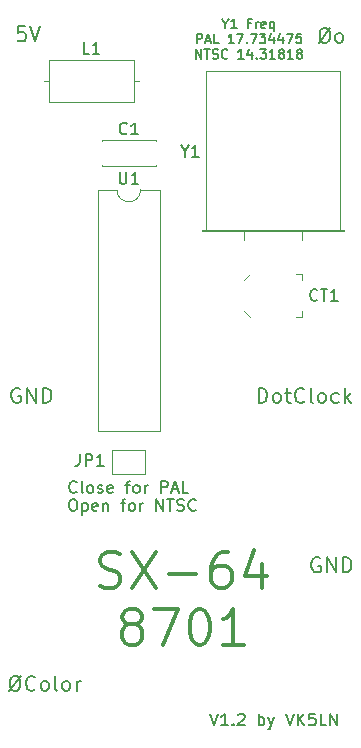
<source format=gbr>
%TF.GenerationSoftware,KiCad,Pcbnew,(6.0.5)*%
%TF.CreationDate,2022-06-29T09:53:36+09:30*%
%TF.ProjectId,SX-64 8701,53582d36-3420-4383-9730-312e6b696361,rev?*%
%TF.SameCoordinates,Original*%
%TF.FileFunction,Legend,Top*%
%TF.FilePolarity,Positive*%
%FSLAX46Y46*%
G04 Gerber Fmt 4.6, Leading zero omitted, Abs format (unit mm)*
G04 Created by KiCad (PCBNEW (6.0.5)) date 2022-06-29 09:53:36*
%MOMM*%
%LPD*%
G01*
G04 APERTURE LIST*
%ADD10C,0.300000*%
%ADD11C,0.150000*%
%ADD12C,0.120000*%
G04 APERTURE END LIST*
D10*
X129906000Y-117290285D02*
X130334571Y-117433142D01*
X131048857Y-117433142D01*
X131334571Y-117290285D01*
X131477428Y-117147428D01*
X131620285Y-116861714D01*
X131620285Y-116576000D01*
X131477428Y-116290285D01*
X131334571Y-116147428D01*
X131048857Y-116004571D01*
X130477428Y-115861714D01*
X130191714Y-115718857D01*
X130048857Y-115576000D01*
X129906000Y-115290285D01*
X129906000Y-115004571D01*
X130048857Y-114718857D01*
X130191714Y-114576000D01*
X130477428Y-114433142D01*
X131191714Y-114433142D01*
X131620285Y-114576000D01*
X132620285Y-114433142D02*
X134620285Y-117433142D01*
X134620285Y-114433142D02*
X132620285Y-117433142D01*
X135763142Y-116290285D02*
X138048857Y-116290285D01*
X140763142Y-114433142D02*
X140191714Y-114433142D01*
X139906000Y-114576000D01*
X139763142Y-114718857D01*
X139477428Y-115147428D01*
X139334571Y-115718857D01*
X139334571Y-116861714D01*
X139477428Y-117147428D01*
X139620285Y-117290285D01*
X139906000Y-117433142D01*
X140477428Y-117433142D01*
X140763142Y-117290285D01*
X140906000Y-117147428D01*
X141048857Y-116861714D01*
X141048857Y-116147428D01*
X140906000Y-115861714D01*
X140763142Y-115718857D01*
X140477428Y-115576000D01*
X139906000Y-115576000D01*
X139620285Y-115718857D01*
X139477428Y-115861714D01*
X139334571Y-116147428D01*
X143620285Y-115433142D02*
X143620285Y-117433142D01*
X142906000Y-114290285D02*
X142191714Y-116433142D01*
X144048857Y-116433142D01*
X132334571Y-120548857D02*
X132048857Y-120406000D01*
X131906000Y-120263142D01*
X131763142Y-119977428D01*
X131763142Y-119834571D01*
X131906000Y-119548857D01*
X132048857Y-119406000D01*
X132334571Y-119263142D01*
X132906000Y-119263142D01*
X133191714Y-119406000D01*
X133334571Y-119548857D01*
X133477428Y-119834571D01*
X133477428Y-119977428D01*
X133334571Y-120263142D01*
X133191714Y-120406000D01*
X132906000Y-120548857D01*
X132334571Y-120548857D01*
X132048857Y-120691714D01*
X131906000Y-120834571D01*
X131763142Y-121120285D01*
X131763142Y-121691714D01*
X131906000Y-121977428D01*
X132048857Y-122120285D01*
X132334571Y-122263142D01*
X132906000Y-122263142D01*
X133191714Y-122120285D01*
X133334571Y-121977428D01*
X133477428Y-121691714D01*
X133477428Y-121120285D01*
X133334571Y-120834571D01*
X133191714Y-120691714D01*
X132906000Y-120548857D01*
X134477428Y-119263142D02*
X136477428Y-119263142D01*
X135191714Y-122263142D01*
X138191714Y-119263142D02*
X138477428Y-119263142D01*
X138763142Y-119406000D01*
X138906000Y-119548857D01*
X139048857Y-119834571D01*
X139191714Y-120406000D01*
X139191714Y-121120285D01*
X139048857Y-121691714D01*
X138906000Y-121977428D01*
X138763142Y-122120285D01*
X138477428Y-122263142D01*
X138191714Y-122263142D01*
X137906000Y-122120285D01*
X137763142Y-121977428D01*
X137620285Y-121691714D01*
X137477428Y-121120285D01*
X137477428Y-120406000D01*
X137620285Y-119834571D01*
X137763142Y-119548857D01*
X137906000Y-119406000D01*
X138191714Y-119263142D01*
X142048857Y-122263142D02*
X140334571Y-122263142D01*
X141191714Y-122263142D02*
X141191714Y-119263142D01*
X140906000Y-119691714D01*
X140620285Y-119977428D01*
X140334571Y-120120285D01*
D11*
X140513047Y-69685952D02*
X140513047Y-70066904D01*
X140246380Y-69266904D02*
X140513047Y-69685952D01*
X140779714Y-69266904D01*
X141465428Y-70066904D02*
X141008285Y-70066904D01*
X141236857Y-70066904D02*
X141236857Y-69266904D01*
X141160666Y-69381190D01*
X141084476Y-69457380D01*
X141008285Y-69495476D01*
X142684476Y-69647857D02*
X142417809Y-69647857D01*
X142417809Y-70066904D02*
X142417809Y-69266904D01*
X142798761Y-69266904D01*
X143103523Y-70066904D02*
X143103523Y-69533571D01*
X143103523Y-69685952D02*
X143141619Y-69609761D01*
X143179714Y-69571666D01*
X143255904Y-69533571D01*
X143332095Y-69533571D01*
X143903523Y-70028809D02*
X143827333Y-70066904D01*
X143674952Y-70066904D01*
X143598761Y-70028809D01*
X143560666Y-69952619D01*
X143560666Y-69647857D01*
X143598761Y-69571666D01*
X143674952Y-69533571D01*
X143827333Y-69533571D01*
X143903523Y-69571666D01*
X143941619Y-69647857D01*
X143941619Y-69724047D01*
X143560666Y-69800238D01*
X144627333Y-69533571D02*
X144627333Y-70333571D01*
X144627333Y-70028809D02*
X144551142Y-70066904D01*
X144398761Y-70066904D01*
X144322571Y-70028809D01*
X144284476Y-69990714D01*
X144246380Y-69914523D01*
X144246380Y-69685952D01*
X144284476Y-69609761D01*
X144322571Y-69571666D01*
X144398761Y-69533571D01*
X144551142Y-69533571D01*
X144627333Y-69571666D01*
X138074952Y-71354904D02*
X138074952Y-70554904D01*
X138379714Y-70554904D01*
X138455904Y-70593000D01*
X138494000Y-70631095D01*
X138532095Y-70707285D01*
X138532095Y-70821571D01*
X138494000Y-70897761D01*
X138455904Y-70935857D01*
X138379714Y-70973952D01*
X138074952Y-70973952D01*
X138836857Y-71126333D02*
X139217809Y-71126333D01*
X138760666Y-71354904D02*
X139027333Y-70554904D01*
X139294000Y-71354904D01*
X139941619Y-71354904D02*
X139560666Y-71354904D01*
X139560666Y-70554904D01*
X141236857Y-71354904D02*
X140779714Y-71354904D01*
X141008285Y-71354904D02*
X141008285Y-70554904D01*
X140932095Y-70669190D01*
X140855904Y-70745380D01*
X140779714Y-70783476D01*
X141503523Y-70554904D02*
X142036857Y-70554904D01*
X141694000Y-71354904D01*
X142341619Y-71278714D02*
X142379714Y-71316809D01*
X142341619Y-71354904D01*
X142303523Y-71316809D01*
X142341619Y-71278714D01*
X142341619Y-71354904D01*
X142646380Y-70554904D02*
X143179714Y-70554904D01*
X142836857Y-71354904D01*
X143408285Y-70554904D02*
X143903523Y-70554904D01*
X143636857Y-70859666D01*
X143751142Y-70859666D01*
X143827333Y-70897761D01*
X143865428Y-70935857D01*
X143903523Y-71012047D01*
X143903523Y-71202523D01*
X143865428Y-71278714D01*
X143827333Y-71316809D01*
X143751142Y-71354904D01*
X143522571Y-71354904D01*
X143446380Y-71316809D01*
X143408285Y-71278714D01*
X144589238Y-70821571D02*
X144589238Y-71354904D01*
X144398761Y-70516809D02*
X144208285Y-71088238D01*
X144703523Y-71088238D01*
X145351142Y-70821571D02*
X145351142Y-71354904D01*
X145160666Y-70516809D02*
X144970190Y-71088238D01*
X145465428Y-71088238D01*
X145694000Y-70554904D02*
X146227333Y-70554904D01*
X145884476Y-71354904D01*
X146913047Y-70554904D02*
X146532095Y-70554904D01*
X146494000Y-70935857D01*
X146532095Y-70897761D01*
X146608285Y-70859666D01*
X146798761Y-70859666D01*
X146874952Y-70897761D01*
X146913047Y-70935857D01*
X146951142Y-71012047D01*
X146951142Y-71202523D01*
X146913047Y-71278714D01*
X146874952Y-71316809D01*
X146798761Y-71354904D01*
X146608285Y-71354904D01*
X146532095Y-71316809D01*
X146494000Y-71278714D01*
X138017809Y-72642904D02*
X138017809Y-71842904D01*
X138474952Y-72642904D01*
X138474952Y-71842904D01*
X138741619Y-71842904D02*
X139198761Y-71842904D01*
X138970190Y-72642904D02*
X138970190Y-71842904D01*
X139427333Y-72604809D02*
X139541619Y-72642904D01*
X139732095Y-72642904D01*
X139808285Y-72604809D01*
X139846380Y-72566714D01*
X139884476Y-72490523D01*
X139884476Y-72414333D01*
X139846380Y-72338142D01*
X139808285Y-72300047D01*
X139732095Y-72261952D01*
X139579714Y-72223857D01*
X139503523Y-72185761D01*
X139465428Y-72147666D01*
X139427333Y-72071476D01*
X139427333Y-71995285D01*
X139465428Y-71919095D01*
X139503523Y-71881000D01*
X139579714Y-71842904D01*
X139770190Y-71842904D01*
X139884476Y-71881000D01*
X140684476Y-72566714D02*
X140646380Y-72604809D01*
X140532095Y-72642904D01*
X140455904Y-72642904D01*
X140341619Y-72604809D01*
X140265428Y-72528619D01*
X140227333Y-72452428D01*
X140189238Y-72300047D01*
X140189238Y-72185761D01*
X140227333Y-72033380D01*
X140265428Y-71957190D01*
X140341619Y-71881000D01*
X140455904Y-71842904D01*
X140532095Y-71842904D01*
X140646380Y-71881000D01*
X140684476Y-71919095D01*
X142055904Y-72642904D02*
X141598761Y-72642904D01*
X141827333Y-72642904D02*
X141827333Y-71842904D01*
X141751142Y-71957190D01*
X141674952Y-72033380D01*
X141598761Y-72071476D01*
X142741619Y-72109571D02*
X142741619Y-72642904D01*
X142551142Y-71804809D02*
X142360666Y-72376238D01*
X142855904Y-72376238D01*
X143160666Y-72566714D02*
X143198761Y-72604809D01*
X143160666Y-72642904D01*
X143122571Y-72604809D01*
X143160666Y-72566714D01*
X143160666Y-72642904D01*
X143465428Y-71842904D02*
X143960666Y-71842904D01*
X143694000Y-72147666D01*
X143808285Y-72147666D01*
X143884476Y-72185761D01*
X143922571Y-72223857D01*
X143960666Y-72300047D01*
X143960666Y-72490523D01*
X143922571Y-72566714D01*
X143884476Y-72604809D01*
X143808285Y-72642904D01*
X143579714Y-72642904D01*
X143503523Y-72604809D01*
X143465428Y-72566714D01*
X144722571Y-72642904D02*
X144265428Y-72642904D01*
X144494000Y-72642904D02*
X144494000Y-71842904D01*
X144417809Y-71957190D01*
X144341619Y-72033380D01*
X144265428Y-72071476D01*
X145179714Y-72185761D02*
X145103523Y-72147666D01*
X145065428Y-72109571D01*
X145027333Y-72033380D01*
X145027333Y-71995285D01*
X145065428Y-71919095D01*
X145103523Y-71881000D01*
X145179714Y-71842904D01*
X145332095Y-71842904D01*
X145408285Y-71881000D01*
X145446380Y-71919095D01*
X145484476Y-71995285D01*
X145484476Y-72033380D01*
X145446380Y-72109571D01*
X145408285Y-72147666D01*
X145332095Y-72185761D01*
X145179714Y-72185761D01*
X145103523Y-72223857D01*
X145065428Y-72261952D01*
X145027333Y-72338142D01*
X145027333Y-72490523D01*
X145065428Y-72566714D01*
X145103523Y-72604809D01*
X145179714Y-72642904D01*
X145332095Y-72642904D01*
X145408285Y-72604809D01*
X145446380Y-72566714D01*
X145484476Y-72490523D01*
X145484476Y-72338142D01*
X145446380Y-72261952D01*
X145408285Y-72223857D01*
X145332095Y-72185761D01*
X146246380Y-72642904D02*
X145789238Y-72642904D01*
X146017809Y-72642904D02*
X146017809Y-71842904D01*
X145941619Y-71957190D01*
X145865428Y-72033380D01*
X145789238Y-72071476D01*
X146703523Y-72185761D02*
X146627333Y-72147666D01*
X146589238Y-72109571D01*
X146551142Y-72033380D01*
X146551142Y-71995285D01*
X146589238Y-71919095D01*
X146627333Y-71881000D01*
X146703523Y-71842904D01*
X146855904Y-71842904D01*
X146932095Y-71881000D01*
X146970190Y-71919095D01*
X147008285Y-71995285D01*
X147008285Y-72033380D01*
X146970190Y-72109571D01*
X146932095Y-72147666D01*
X146855904Y-72185761D01*
X146703523Y-72185761D01*
X146627333Y-72223857D01*
X146589238Y-72261952D01*
X146551142Y-72338142D01*
X146551142Y-72490523D01*
X146589238Y-72566714D01*
X146627333Y-72604809D01*
X146703523Y-72642904D01*
X146855904Y-72642904D01*
X146932095Y-72604809D01*
X146970190Y-72566714D01*
X147008285Y-72490523D01*
X147008285Y-72338142D01*
X146970190Y-72261952D01*
X146932095Y-72223857D01*
X146855904Y-72185761D01*
X139200619Y-128103380D02*
X139533952Y-129103380D01*
X139867285Y-128103380D01*
X140724428Y-129103380D02*
X140153000Y-129103380D01*
X140438714Y-129103380D02*
X140438714Y-128103380D01*
X140343476Y-128246238D01*
X140248238Y-128341476D01*
X140153000Y-128389095D01*
X141153000Y-129008142D02*
X141200619Y-129055761D01*
X141153000Y-129103380D01*
X141105380Y-129055761D01*
X141153000Y-129008142D01*
X141153000Y-129103380D01*
X141581571Y-128198619D02*
X141629190Y-128151000D01*
X141724428Y-128103380D01*
X141962523Y-128103380D01*
X142057761Y-128151000D01*
X142105380Y-128198619D01*
X142153000Y-128293857D01*
X142153000Y-128389095D01*
X142105380Y-128531952D01*
X141533952Y-129103380D01*
X142153000Y-129103380D01*
X143343476Y-129103380D02*
X143343476Y-128103380D01*
X143343476Y-128484333D02*
X143438714Y-128436714D01*
X143629190Y-128436714D01*
X143724428Y-128484333D01*
X143772047Y-128531952D01*
X143819666Y-128627190D01*
X143819666Y-128912904D01*
X143772047Y-129008142D01*
X143724428Y-129055761D01*
X143629190Y-129103380D01*
X143438714Y-129103380D01*
X143343476Y-129055761D01*
X144153000Y-128436714D02*
X144391095Y-129103380D01*
X144629190Y-128436714D02*
X144391095Y-129103380D01*
X144295857Y-129341476D01*
X144248238Y-129389095D01*
X144153000Y-129436714D01*
X145629190Y-128103380D02*
X145962523Y-129103380D01*
X146295857Y-128103380D01*
X146629190Y-129103380D02*
X146629190Y-128103380D01*
X147200619Y-129103380D02*
X146772047Y-128531952D01*
X147200619Y-128103380D02*
X146629190Y-128674809D01*
X148105380Y-128103380D02*
X147629190Y-128103380D01*
X147581571Y-128579571D01*
X147629190Y-128531952D01*
X147724428Y-128484333D01*
X147962523Y-128484333D01*
X148057761Y-128531952D01*
X148105380Y-128579571D01*
X148153000Y-128674809D01*
X148153000Y-128912904D01*
X148105380Y-129008142D01*
X148057761Y-129055761D01*
X147962523Y-129103380D01*
X147724428Y-129103380D01*
X147629190Y-129055761D01*
X147581571Y-129008142D01*
X149057761Y-129103380D02*
X148581571Y-129103380D01*
X148581571Y-128103380D01*
X149391095Y-129103380D02*
X149391095Y-128103380D01*
X149962523Y-129103380D01*
X149962523Y-128103380D01*
X127526071Y-109942380D02*
X127716547Y-109942380D01*
X127811785Y-109990000D01*
X127907023Y-110085238D01*
X127954642Y-110275714D01*
X127954642Y-110609047D01*
X127907023Y-110799523D01*
X127811785Y-110894761D01*
X127716547Y-110942380D01*
X127526071Y-110942380D01*
X127430833Y-110894761D01*
X127335595Y-110799523D01*
X127287976Y-110609047D01*
X127287976Y-110275714D01*
X127335595Y-110085238D01*
X127430833Y-109990000D01*
X127526071Y-109942380D01*
X128383214Y-110275714D02*
X128383214Y-111275714D01*
X128383214Y-110323333D02*
X128478452Y-110275714D01*
X128668928Y-110275714D01*
X128764166Y-110323333D01*
X128811785Y-110370952D01*
X128859404Y-110466190D01*
X128859404Y-110751904D01*
X128811785Y-110847142D01*
X128764166Y-110894761D01*
X128668928Y-110942380D01*
X128478452Y-110942380D01*
X128383214Y-110894761D01*
X129668928Y-110894761D02*
X129573690Y-110942380D01*
X129383214Y-110942380D01*
X129287976Y-110894761D01*
X129240357Y-110799523D01*
X129240357Y-110418571D01*
X129287976Y-110323333D01*
X129383214Y-110275714D01*
X129573690Y-110275714D01*
X129668928Y-110323333D01*
X129716547Y-110418571D01*
X129716547Y-110513809D01*
X129240357Y-110609047D01*
X130145119Y-110275714D02*
X130145119Y-110942380D01*
X130145119Y-110370952D02*
X130192738Y-110323333D01*
X130287976Y-110275714D01*
X130430833Y-110275714D01*
X130526071Y-110323333D01*
X130573690Y-110418571D01*
X130573690Y-110942380D01*
X131668928Y-110275714D02*
X132049880Y-110275714D01*
X131811785Y-110942380D02*
X131811785Y-110085238D01*
X131859404Y-109990000D01*
X131954642Y-109942380D01*
X132049880Y-109942380D01*
X132526071Y-110942380D02*
X132430833Y-110894761D01*
X132383214Y-110847142D01*
X132335595Y-110751904D01*
X132335595Y-110466190D01*
X132383214Y-110370952D01*
X132430833Y-110323333D01*
X132526071Y-110275714D01*
X132668928Y-110275714D01*
X132764166Y-110323333D01*
X132811785Y-110370952D01*
X132859404Y-110466190D01*
X132859404Y-110751904D01*
X132811785Y-110847142D01*
X132764166Y-110894761D01*
X132668928Y-110942380D01*
X132526071Y-110942380D01*
X133287976Y-110942380D02*
X133287976Y-110275714D01*
X133287976Y-110466190D02*
X133335595Y-110370952D01*
X133383214Y-110323333D01*
X133478452Y-110275714D01*
X133573690Y-110275714D01*
X134668928Y-110942380D02*
X134668928Y-109942380D01*
X135240357Y-110942380D01*
X135240357Y-109942380D01*
X135573690Y-109942380D02*
X136145119Y-109942380D01*
X135859404Y-110942380D02*
X135859404Y-109942380D01*
X136430833Y-110894761D02*
X136573690Y-110942380D01*
X136811785Y-110942380D01*
X136907023Y-110894761D01*
X136954642Y-110847142D01*
X137002261Y-110751904D01*
X137002261Y-110656666D01*
X136954642Y-110561428D01*
X136907023Y-110513809D01*
X136811785Y-110466190D01*
X136621309Y-110418571D01*
X136526071Y-110370952D01*
X136478452Y-110323333D01*
X136430833Y-110228095D01*
X136430833Y-110132857D01*
X136478452Y-110037619D01*
X136526071Y-109990000D01*
X136621309Y-109942380D01*
X136859404Y-109942380D01*
X137002261Y-109990000D01*
X138002261Y-110847142D02*
X137954642Y-110894761D01*
X137811785Y-110942380D01*
X137716547Y-110942380D01*
X137573690Y-110894761D01*
X137478452Y-110799523D01*
X137430833Y-110704285D01*
X137383214Y-110513809D01*
X137383214Y-110370952D01*
X137430833Y-110180476D01*
X137478452Y-110085238D01*
X137573690Y-109990000D01*
X137716547Y-109942380D01*
X137811785Y-109942380D01*
X137954642Y-109990000D01*
X138002261Y-110037619D01*
X127907023Y-109323142D02*
X127859404Y-109370761D01*
X127716547Y-109418380D01*
X127621309Y-109418380D01*
X127478452Y-109370761D01*
X127383214Y-109275523D01*
X127335595Y-109180285D01*
X127287976Y-108989809D01*
X127287976Y-108846952D01*
X127335595Y-108656476D01*
X127383214Y-108561238D01*
X127478452Y-108466000D01*
X127621309Y-108418380D01*
X127716547Y-108418380D01*
X127859404Y-108466000D01*
X127907023Y-108513619D01*
X128478452Y-109418380D02*
X128383214Y-109370761D01*
X128335595Y-109275523D01*
X128335595Y-108418380D01*
X129002261Y-109418380D02*
X128907023Y-109370761D01*
X128859404Y-109323142D01*
X128811785Y-109227904D01*
X128811785Y-108942190D01*
X128859404Y-108846952D01*
X128907023Y-108799333D01*
X129002261Y-108751714D01*
X129145119Y-108751714D01*
X129240357Y-108799333D01*
X129287976Y-108846952D01*
X129335595Y-108942190D01*
X129335595Y-109227904D01*
X129287976Y-109323142D01*
X129240357Y-109370761D01*
X129145119Y-109418380D01*
X129002261Y-109418380D01*
X129716547Y-109370761D02*
X129811785Y-109418380D01*
X130002261Y-109418380D01*
X130097500Y-109370761D01*
X130145119Y-109275523D01*
X130145119Y-109227904D01*
X130097500Y-109132666D01*
X130002261Y-109085047D01*
X129859404Y-109085047D01*
X129764166Y-109037428D01*
X129716547Y-108942190D01*
X129716547Y-108894571D01*
X129764166Y-108799333D01*
X129859404Y-108751714D01*
X130002261Y-108751714D01*
X130097500Y-108799333D01*
X130954642Y-109370761D02*
X130859404Y-109418380D01*
X130668928Y-109418380D01*
X130573690Y-109370761D01*
X130526071Y-109275523D01*
X130526071Y-108894571D01*
X130573690Y-108799333D01*
X130668928Y-108751714D01*
X130859404Y-108751714D01*
X130954642Y-108799333D01*
X131002261Y-108894571D01*
X131002261Y-108989809D01*
X130526071Y-109085047D01*
X132049880Y-108751714D02*
X132430833Y-108751714D01*
X132192738Y-109418380D02*
X132192738Y-108561238D01*
X132240357Y-108466000D01*
X132335595Y-108418380D01*
X132430833Y-108418380D01*
X132907023Y-109418380D02*
X132811785Y-109370761D01*
X132764166Y-109323142D01*
X132716547Y-109227904D01*
X132716547Y-108942190D01*
X132764166Y-108846952D01*
X132811785Y-108799333D01*
X132907023Y-108751714D01*
X133049880Y-108751714D01*
X133145119Y-108799333D01*
X133192738Y-108846952D01*
X133240357Y-108942190D01*
X133240357Y-109227904D01*
X133192738Y-109323142D01*
X133145119Y-109370761D01*
X133049880Y-109418380D01*
X132907023Y-109418380D01*
X133668928Y-109418380D02*
X133668928Y-108751714D01*
X133668928Y-108942190D02*
X133716547Y-108846952D01*
X133764166Y-108799333D01*
X133859404Y-108751714D01*
X133954642Y-108751714D01*
X135049880Y-109418380D02*
X135049880Y-108418380D01*
X135430833Y-108418380D01*
X135526071Y-108466000D01*
X135573690Y-108513619D01*
X135621309Y-108608857D01*
X135621309Y-108751714D01*
X135573690Y-108846952D01*
X135526071Y-108894571D01*
X135430833Y-108942190D01*
X135049880Y-108942190D01*
X136002261Y-109132666D02*
X136478452Y-109132666D01*
X135907023Y-109418380D02*
X136240357Y-108418380D01*
X136573690Y-109418380D01*
X137383214Y-109418380D02*
X136907023Y-109418380D01*
X136907023Y-108418380D01*
%TO.C,U1*%
X131562095Y-82243880D02*
X131562095Y-83053404D01*
X131609714Y-83148642D01*
X131657333Y-83196261D01*
X131752571Y-83243880D01*
X131943047Y-83243880D01*
X132038285Y-83196261D01*
X132085904Y-83148642D01*
X132133523Y-83053404D01*
X132133523Y-82243880D01*
X133133523Y-83243880D02*
X132562095Y-83243880D01*
X132847809Y-83243880D02*
X132847809Y-82243880D01*
X132752571Y-82386738D01*
X132657333Y-82481976D01*
X132562095Y-82529595D01*
%TO.C,Y1*%
X137064809Y-80494190D02*
X137064809Y-80970380D01*
X136731476Y-79970380D02*
X137064809Y-80494190D01*
X137398142Y-79970380D01*
X138255285Y-80970380D02*
X137683857Y-80970380D01*
X137969571Y-80970380D02*
X137969571Y-79970380D01*
X137874333Y-80113238D01*
X137779095Y-80208476D01*
X137683857Y-80256095D01*
%TO.C,DotClock*%
X143322523Y-101793523D02*
X143322523Y-100523523D01*
X143624904Y-100523523D01*
X143806333Y-100584000D01*
X143927285Y-100704952D01*
X143987761Y-100825904D01*
X144048238Y-101067809D01*
X144048238Y-101249238D01*
X143987761Y-101491142D01*
X143927285Y-101612095D01*
X143806333Y-101733047D01*
X143624904Y-101793523D01*
X143322523Y-101793523D01*
X144773952Y-101793523D02*
X144653000Y-101733047D01*
X144592523Y-101672571D01*
X144532047Y-101551619D01*
X144532047Y-101188761D01*
X144592523Y-101067809D01*
X144653000Y-101007333D01*
X144773952Y-100946857D01*
X144955380Y-100946857D01*
X145076333Y-101007333D01*
X145136809Y-101067809D01*
X145197285Y-101188761D01*
X145197285Y-101551619D01*
X145136809Y-101672571D01*
X145076333Y-101733047D01*
X144955380Y-101793523D01*
X144773952Y-101793523D01*
X145560142Y-100946857D02*
X146043952Y-100946857D01*
X145741571Y-100523523D02*
X145741571Y-101612095D01*
X145802047Y-101733047D01*
X145923000Y-101793523D01*
X146043952Y-101793523D01*
X147193000Y-101672571D02*
X147132523Y-101733047D01*
X146951095Y-101793523D01*
X146830142Y-101793523D01*
X146648714Y-101733047D01*
X146527761Y-101612095D01*
X146467285Y-101491142D01*
X146406809Y-101249238D01*
X146406809Y-101067809D01*
X146467285Y-100825904D01*
X146527761Y-100704952D01*
X146648714Y-100584000D01*
X146830142Y-100523523D01*
X146951095Y-100523523D01*
X147132523Y-100584000D01*
X147193000Y-100644476D01*
X147918714Y-101793523D02*
X147797761Y-101733047D01*
X147737285Y-101612095D01*
X147737285Y-100523523D01*
X148583952Y-101793523D02*
X148463000Y-101733047D01*
X148402523Y-101672571D01*
X148342047Y-101551619D01*
X148342047Y-101188761D01*
X148402523Y-101067809D01*
X148463000Y-101007333D01*
X148583952Y-100946857D01*
X148765380Y-100946857D01*
X148886333Y-101007333D01*
X148946809Y-101067809D01*
X149007285Y-101188761D01*
X149007285Y-101551619D01*
X148946809Y-101672571D01*
X148886333Y-101733047D01*
X148765380Y-101793523D01*
X148583952Y-101793523D01*
X150095857Y-101733047D02*
X149974904Y-101793523D01*
X149733000Y-101793523D01*
X149612047Y-101733047D01*
X149551571Y-101672571D01*
X149491095Y-101551619D01*
X149491095Y-101188761D01*
X149551571Y-101067809D01*
X149612047Y-101007333D01*
X149733000Y-100946857D01*
X149974904Y-100946857D01*
X150095857Y-101007333D01*
X150640142Y-101793523D02*
X150640142Y-100523523D01*
X150761095Y-101309714D02*
X151123952Y-101793523D01*
X151123952Y-100946857D02*
X150640142Y-101430666D01*
%TO.C,CT1*%
X148296380Y-93067142D02*
X148248761Y-93114761D01*
X148105904Y-93162380D01*
X148010666Y-93162380D01*
X147867809Y-93114761D01*
X147772571Y-93019523D01*
X147724952Y-92924285D01*
X147677333Y-92733809D01*
X147677333Y-92590952D01*
X147724952Y-92400476D01*
X147772571Y-92305238D01*
X147867809Y-92210000D01*
X148010666Y-92162380D01*
X148105904Y-92162380D01*
X148248761Y-92210000D01*
X148296380Y-92257619D01*
X148582095Y-92162380D02*
X149153523Y-92162380D01*
X148867809Y-93162380D02*
X148867809Y-92162380D01*
X150010666Y-93162380D02*
X149439238Y-93162380D01*
X149724952Y-93162380D02*
X149724952Y-92162380D01*
X149629714Y-92305238D01*
X149534476Y-92400476D01*
X149439238Y-92448095D01*
%TO.C,\u00D8Color*%
X123198547Y-124910023D02*
X122230928Y-126180023D01*
X122593785Y-126180023D02*
X122472833Y-126119547D01*
X122351880Y-125998595D01*
X122291404Y-125756690D01*
X122291404Y-125333357D01*
X122351880Y-125091452D01*
X122472833Y-124970500D01*
X122593785Y-124910023D01*
X122835690Y-124910023D01*
X122956642Y-124970500D01*
X123077595Y-125091452D01*
X123138071Y-125333357D01*
X123138071Y-125756690D01*
X123077595Y-125998595D01*
X122956642Y-126119547D01*
X122835690Y-126180023D01*
X122593785Y-126180023D01*
X124408071Y-126059071D02*
X124347595Y-126119547D01*
X124166166Y-126180023D01*
X124045214Y-126180023D01*
X123863785Y-126119547D01*
X123742833Y-125998595D01*
X123682357Y-125877642D01*
X123621880Y-125635738D01*
X123621880Y-125454309D01*
X123682357Y-125212404D01*
X123742833Y-125091452D01*
X123863785Y-124970500D01*
X124045214Y-124910023D01*
X124166166Y-124910023D01*
X124347595Y-124970500D01*
X124408071Y-125030976D01*
X125133785Y-126180023D02*
X125012833Y-126119547D01*
X124952357Y-126059071D01*
X124891880Y-125938119D01*
X124891880Y-125575261D01*
X124952357Y-125454309D01*
X125012833Y-125393833D01*
X125133785Y-125333357D01*
X125315214Y-125333357D01*
X125436166Y-125393833D01*
X125496642Y-125454309D01*
X125557119Y-125575261D01*
X125557119Y-125938119D01*
X125496642Y-126059071D01*
X125436166Y-126119547D01*
X125315214Y-126180023D01*
X125133785Y-126180023D01*
X126282833Y-126180023D02*
X126161880Y-126119547D01*
X126101404Y-125998595D01*
X126101404Y-124910023D01*
X126948071Y-126180023D02*
X126827119Y-126119547D01*
X126766642Y-126059071D01*
X126706166Y-125938119D01*
X126706166Y-125575261D01*
X126766642Y-125454309D01*
X126827119Y-125393833D01*
X126948071Y-125333357D01*
X127129500Y-125333357D01*
X127250452Y-125393833D01*
X127310928Y-125454309D01*
X127371404Y-125575261D01*
X127371404Y-125938119D01*
X127310928Y-126059071D01*
X127250452Y-126119547D01*
X127129500Y-126180023D01*
X126948071Y-126180023D01*
X127915690Y-126180023D02*
X127915690Y-125333357D01*
X127915690Y-125575261D02*
X127976166Y-125454309D01*
X128036642Y-125393833D01*
X128157595Y-125333357D01*
X128278547Y-125333357D01*
%TO.C,\u00D8o*%
X149390785Y-70046023D02*
X148423166Y-71316023D01*
X148786023Y-71316023D02*
X148665071Y-71255547D01*
X148544119Y-71134595D01*
X148483642Y-70892690D01*
X148483642Y-70469357D01*
X148544119Y-70227452D01*
X148665071Y-70106500D01*
X148786023Y-70046023D01*
X149027928Y-70046023D01*
X149148880Y-70106500D01*
X149269833Y-70227452D01*
X149330309Y-70469357D01*
X149330309Y-70892690D01*
X149269833Y-71134595D01*
X149148880Y-71255547D01*
X149027928Y-71316023D01*
X148786023Y-71316023D01*
X150056023Y-71316023D02*
X149935071Y-71255547D01*
X149874595Y-71195071D01*
X149814119Y-71074119D01*
X149814119Y-70711261D01*
X149874595Y-70590309D01*
X149935071Y-70529833D01*
X150056023Y-70469357D01*
X150237452Y-70469357D01*
X150358404Y-70529833D01*
X150418880Y-70590309D01*
X150479357Y-70711261D01*
X150479357Y-71074119D01*
X150418880Y-71195071D01*
X150358404Y-71255547D01*
X150237452Y-71316023D01*
X150056023Y-71316023D01*
%TO.C,5V*%
X123585595Y-69919023D02*
X122980833Y-69919023D01*
X122920357Y-70523785D01*
X122980833Y-70463309D01*
X123101785Y-70402833D01*
X123404166Y-70402833D01*
X123525119Y-70463309D01*
X123585595Y-70523785D01*
X123646071Y-70644738D01*
X123646071Y-70947119D01*
X123585595Y-71068071D01*
X123525119Y-71128547D01*
X123404166Y-71189023D01*
X123101785Y-71189023D01*
X122980833Y-71128547D01*
X122920357Y-71068071D01*
X124008928Y-69919023D02*
X124432261Y-71189023D01*
X124855595Y-69919023D01*
%TO.C,GND*%
X123113880Y-100586500D02*
X122992928Y-100526023D01*
X122811500Y-100526023D01*
X122630071Y-100586500D01*
X122509119Y-100707452D01*
X122448642Y-100828404D01*
X122388166Y-101070309D01*
X122388166Y-101251738D01*
X122448642Y-101493642D01*
X122509119Y-101614595D01*
X122630071Y-101735547D01*
X122811500Y-101796023D01*
X122932452Y-101796023D01*
X123113880Y-101735547D01*
X123174357Y-101675071D01*
X123174357Y-101251738D01*
X122932452Y-101251738D01*
X123718642Y-101796023D02*
X123718642Y-100526023D01*
X124444357Y-101796023D01*
X124444357Y-100526023D01*
X125049119Y-101796023D02*
X125049119Y-100526023D01*
X125351500Y-100526023D01*
X125532928Y-100586500D01*
X125653880Y-100707452D01*
X125714357Y-100828404D01*
X125774833Y-101070309D01*
X125774833Y-101251738D01*
X125714357Y-101493642D01*
X125653880Y-101614595D01*
X125532928Y-101735547D01*
X125351500Y-101796023D01*
X125049119Y-101796023D01*
%TO.C,JP1*%
X128198666Y-106132380D02*
X128198666Y-106846666D01*
X128151047Y-106989523D01*
X128055809Y-107084761D01*
X127912952Y-107132380D01*
X127817714Y-107132380D01*
X128674857Y-107132380D02*
X128674857Y-106132380D01*
X129055809Y-106132380D01*
X129151047Y-106180000D01*
X129198666Y-106227619D01*
X129246285Y-106322857D01*
X129246285Y-106465714D01*
X129198666Y-106560952D01*
X129151047Y-106608571D01*
X129055809Y-106656190D01*
X128674857Y-106656190D01*
X130198666Y-107132380D02*
X129627238Y-107132380D01*
X129912952Y-107132380D02*
X129912952Y-106132380D01*
X129817714Y-106275238D01*
X129722476Y-106370476D01*
X129627238Y-106418095D01*
%TO.C,C1*%
X132167333Y-78970142D02*
X132119714Y-79017761D01*
X131976857Y-79065380D01*
X131881619Y-79065380D01*
X131738761Y-79017761D01*
X131643523Y-78922523D01*
X131595904Y-78827285D01*
X131548285Y-78636809D01*
X131548285Y-78493952D01*
X131595904Y-78303476D01*
X131643523Y-78208238D01*
X131738761Y-78113000D01*
X131881619Y-78065380D01*
X131976857Y-78065380D01*
X132119714Y-78113000D01*
X132167333Y-78160619D01*
X133119714Y-79065380D02*
X132548285Y-79065380D01*
X132834000Y-79065380D02*
X132834000Y-78065380D01*
X132738761Y-78208238D01*
X132643523Y-78303476D01*
X132548285Y-78351095D01*
%TO.C,GND*%
X148511380Y-114935000D02*
X148390428Y-114874523D01*
X148209000Y-114874523D01*
X148027571Y-114935000D01*
X147906619Y-115055952D01*
X147846142Y-115176904D01*
X147785666Y-115418809D01*
X147785666Y-115600238D01*
X147846142Y-115842142D01*
X147906619Y-115963095D01*
X148027571Y-116084047D01*
X148209000Y-116144523D01*
X148329952Y-116144523D01*
X148511380Y-116084047D01*
X148571857Y-116023571D01*
X148571857Y-115600238D01*
X148329952Y-115600238D01*
X149116142Y-116144523D02*
X149116142Y-114874523D01*
X149841857Y-116144523D01*
X149841857Y-114874523D01*
X150446619Y-116144523D02*
X150446619Y-114874523D01*
X150749000Y-114874523D01*
X150930428Y-114935000D01*
X151051380Y-115055952D01*
X151111857Y-115176904D01*
X151172333Y-115418809D01*
X151172333Y-115600238D01*
X151111857Y-115842142D01*
X151051380Y-115963095D01*
X150930428Y-116084047D01*
X150749000Y-116144523D01*
X150446619Y-116144523D01*
%TO.C,L1*%
X128992333Y-72231380D02*
X128516142Y-72231380D01*
X128516142Y-71231380D01*
X129849476Y-72231380D02*
X129278047Y-72231380D01*
X129563761Y-72231380D02*
X129563761Y-71231380D01*
X129468523Y-71374238D01*
X129373285Y-71469476D01*
X129278047Y-71517095D01*
D12*
%TO.C,U1*%
X134984000Y-83762500D02*
X133334000Y-83762500D01*
X131334000Y-83762500D02*
X129684000Y-83762500D01*
X134984000Y-104202500D02*
X134984000Y-83762500D01*
X129684000Y-83762500D02*
X129684000Y-104202500D01*
X129684000Y-104202500D02*
X134984000Y-104202500D01*
X131334000Y-83762500D02*
G75*
G03*
X133334000Y-83762500I1000000J0D01*
G01*
%TO.C,Y1*%
X142076000Y-87980000D02*
X142076000Y-87980000D01*
X150176000Y-87130000D02*
X150176000Y-73730000D01*
X138876000Y-73730000D02*
X138876000Y-87130000D01*
X138876000Y-87130000D02*
X150176000Y-87130000D01*
X138526000Y-87250000D02*
X138526000Y-87130000D01*
X150526000Y-87130000D02*
X150526000Y-87250000D01*
X142076000Y-87130000D02*
X142076000Y-87980000D01*
X150526000Y-87250000D02*
X138526000Y-87250000D01*
X146976000Y-87980000D02*
X146976000Y-87980000D01*
X146976000Y-87130000D02*
X146976000Y-87980000D01*
X150176000Y-73730000D02*
X138876000Y-73730000D01*
X138526000Y-87130000D02*
X150526000Y-87130000D01*
%TO.C,CT1*%
X142076000Y-94010000D02*
X142576000Y-94510000D01*
X146976000Y-94510000D02*
X146976000Y-94010000D01*
X146976000Y-90910000D02*
X146476000Y-90910000D01*
X146976000Y-90910000D02*
X146976000Y-91410000D01*
X142076000Y-91410000D02*
X142576000Y-90910000D01*
X146976000Y-94510000D02*
X146476000Y-94510000D01*
%TO.C,JP1*%
X130934000Y-105807000D02*
X133734000Y-105807000D01*
X130934000Y-107807000D02*
X130934000Y-105807000D01*
X133734000Y-107807000D02*
X130934000Y-107807000D01*
X133734000Y-105807000D02*
X133734000Y-107807000D01*
%TO.C,C1*%
X134604000Y-79575000D02*
X134604000Y-79590000D01*
X130064000Y-79575000D02*
X134604000Y-79575000D01*
X130064000Y-81715000D02*
X134604000Y-81715000D01*
X134604000Y-81700000D02*
X134604000Y-81715000D01*
X130064000Y-79575000D02*
X130064000Y-79590000D01*
X130064000Y-81700000D02*
X130064000Y-81715000D01*
%TO.C,L1*%
X125119000Y-74549000D02*
X125539000Y-74549000D01*
X125539000Y-76319000D02*
X132779000Y-76319000D01*
X132779000Y-76319000D02*
X132779000Y-72779000D01*
X125539000Y-72779000D02*
X125539000Y-76319000D01*
X132779000Y-72779000D02*
X125539000Y-72779000D01*
X133199000Y-74549000D02*
X132779000Y-74549000D01*
%TD*%
M02*

</source>
